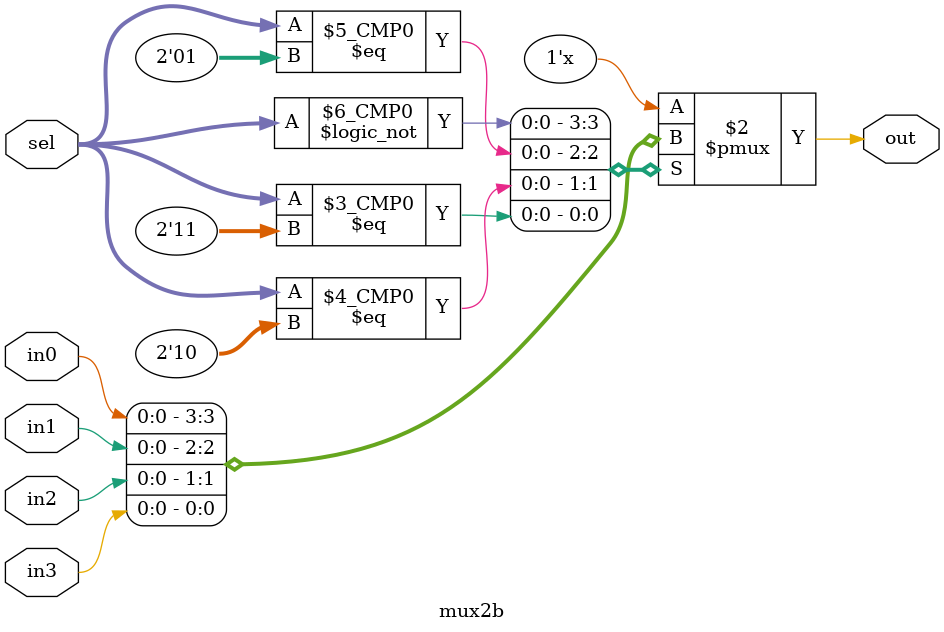
<source format=v>
`timescale 1ns / 1ps


module mux2b(

    input in0,
    input in1,
    input in2,
    input in3,
    input [1:0] sel,
    output reg out

    );
    
    always @(*)
    begin
        case(sel)
            0: out = in0;
            1: out = in1;
            2: out = in2;
            3: out = in3;
            default: out = 0;
        endcase
    end
endmodule

</source>
